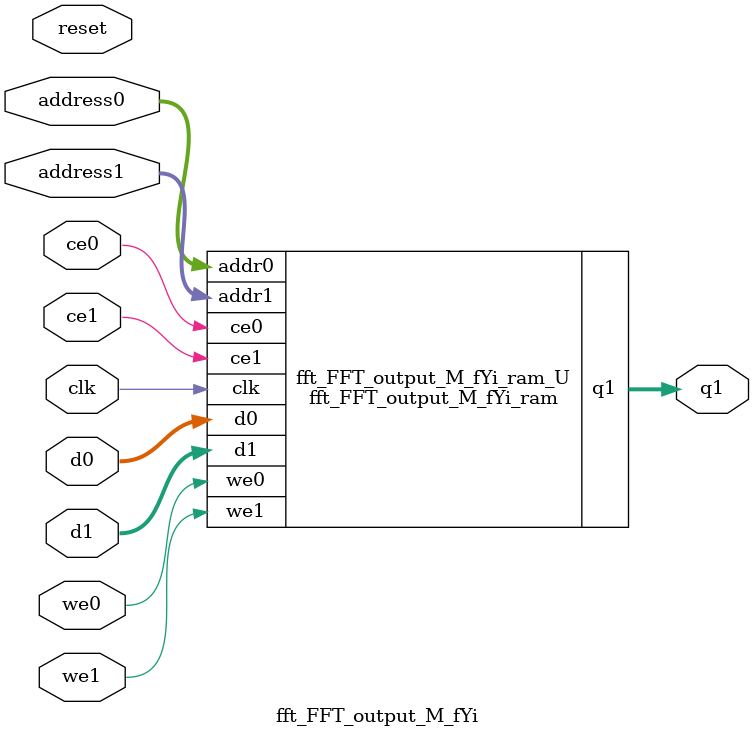
<source format=v>
`timescale 1 ns / 1 ps
module fft_FFT_output_M_fYi_ram (addr0, ce0, d0, we0, addr1, ce1, d1, we1, q1,  clk);

parameter DWIDTH = 32;
parameter AWIDTH = 3;
parameter MEM_SIZE = 8;

input[AWIDTH-1:0] addr0;
input ce0;
input[DWIDTH-1:0] d0;
input we0;
input[AWIDTH-1:0] addr1;
input ce1;
input[DWIDTH-1:0] d1;
input we1;
output reg[DWIDTH-1:0] q1;
input clk;

(* ram_style = "block" *)reg [DWIDTH-1:0] ram[0:MEM_SIZE-1];




always @(posedge clk)  
begin 
    if (ce0) 
    begin
        if (we0) 
        begin 
            ram[addr0] <= d0; 
        end 
    end
end


always @(posedge clk)  
begin 
    if (ce1) 
    begin
        if (we1) 
        begin 
            ram[addr1] <= d1; 
        end 
        q1 <= ram[addr1];
    end
end


endmodule

`timescale 1 ns / 1 ps
module fft_FFT_output_M_fYi(
    reset,
    clk,
    address0,
    ce0,
    we0,
    d0,
    address1,
    ce1,
    we1,
    d1,
    q1);

parameter DataWidth = 32'd32;
parameter AddressRange = 32'd8;
parameter AddressWidth = 32'd3;
input reset;
input clk;
input[AddressWidth - 1:0] address0;
input ce0;
input we0;
input[DataWidth - 1:0] d0;
input[AddressWidth - 1:0] address1;
input ce1;
input we1;
input[DataWidth - 1:0] d1;
output[DataWidth - 1:0] q1;



fft_FFT_output_M_fYi_ram fft_FFT_output_M_fYi_ram_U(
    .clk( clk ),
    .addr0( address0 ),
    .ce0( ce0 ),
    .we0( we0 ),
    .d0( d0 ),
    .addr1( address1 ),
    .ce1( ce1 ),
    .we1( we1 ),
    .d1( d1 ),
    .q1( q1 ));

endmodule


</source>
